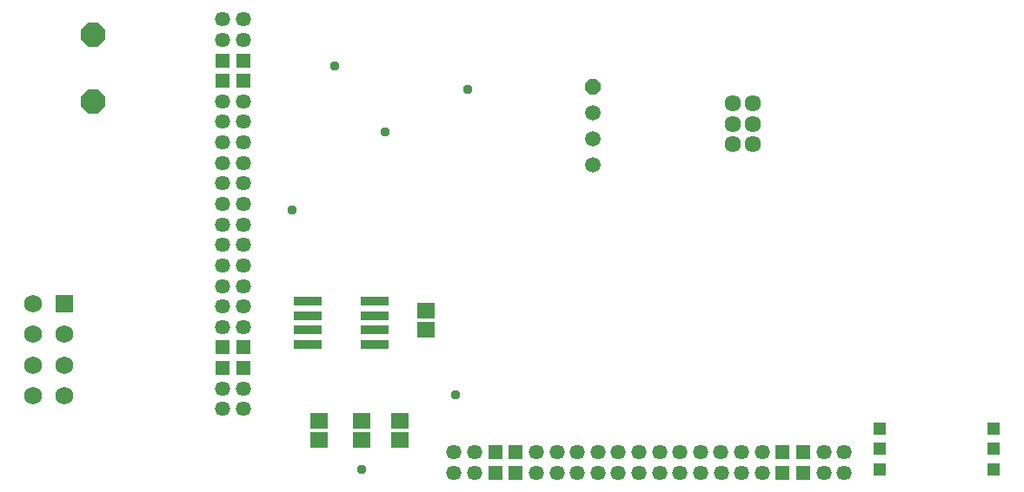
<source format=gbr>
G04 EAGLE Gerber RS-274X export*
G75*
%MOMM*%
%FSLAX34Y34*%
%LPD*%
%INSoldermask Bottom*%
%IPPOS*%
%AMOC8*
5,1,8,0,0,1.08239X$1,22.5*%
G01*
%ADD10R,1.461200X1.461200*%
%ADD11C,1.461200*%
%ADD12P,2.556822X8X112.500000*%
%ADD13C,1.733200*%
%ADD14R,1.733200X1.733200*%
%ADD15R,1.703200X1.503200*%
%ADD16R,2.743200X0.838200*%
%ADD17R,1.311200X1.311200*%
%ADD18C,1.611200*%
%ADD19P,1.635708X8X292.500000*%
%ADD20C,1.511200*%
%ADD21C,0.959600*%


D10*
X770700Y51500D03*
X750700Y51500D03*
X770700Y31500D03*
X750700Y31500D03*
X490700Y51500D03*
X470600Y51400D03*
X490700Y31500D03*
X470700Y31600D03*
X225400Y153700D03*
X225400Y133700D03*
X205500Y133700D03*
X205500Y153700D03*
X205400Y413700D03*
X225300Y413800D03*
X205400Y433600D03*
X225600Y433700D03*
D11*
X810700Y51400D03*
X790600Y51500D03*
X810600Y31500D03*
X790700Y31600D03*
X730600Y51400D03*
X730700Y31400D03*
X710600Y51400D03*
X710700Y31400D03*
X690700Y31400D03*
X690600Y51400D03*
X670600Y51400D03*
X670500Y31400D03*
X650600Y51500D03*
X650700Y31400D03*
X630700Y51400D03*
X630600Y31500D03*
X610600Y51400D03*
X610700Y31400D03*
X590600Y51500D03*
X590600Y31500D03*
X570600Y51500D03*
X570600Y31400D03*
X550700Y51500D03*
X550700Y31400D03*
X530700Y51500D03*
X530700Y31400D03*
X510600Y51500D03*
X510600Y31400D03*
X450700Y51500D03*
X450700Y31400D03*
X430600Y51500D03*
X430600Y31400D03*
X225400Y113800D03*
X225400Y93700D03*
X205300Y113800D03*
X205300Y93700D03*
X225400Y193800D03*
X225400Y173700D03*
X205300Y193800D03*
X205300Y173700D03*
X225300Y233800D03*
X225300Y213700D03*
X205200Y233800D03*
X205200Y213700D03*
X225300Y273800D03*
X225300Y253700D03*
X205200Y273800D03*
X205200Y253700D03*
X225400Y313800D03*
X225400Y293700D03*
X205300Y313800D03*
X205300Y293700D03*
X225400Y353800D03*
X225400Y333700D03*
X205300Y353800D03*
X205300Y333700D03*
X225400Y393900D03*
X225400Y373800D03*
X205300Y393900D03*
X205300Y373800D03*
X225400Y473800D03*
X225400Y453700D03*
X205300Y473800D03*
X205300Y453700D03*
D12*
X79000Y393488D03*
X79000Y458512D03*
D13*
X50800Y166500D03*
X20800Y166500D03*
X50800Y136500D03*
X20800Y136500D03*
D14*
X50800Y196500D03*
D13*
X50800Y106500D03*
X20800Y196500D03*
X20800Y106500D03*
D15*
X378100Y63050D03*
X378100Y82050D03*
X403300Y189700D03*
X403300Y170700D03*
D16*
X353600Y198800D03*
X353600Y184800D03*
X353600Y170800D03*
X353600Y156800D03*
X288200Y156800D03*
X288200Y170800D03*
X288200Y184800D03*
X288200Y198800D03*
D15*
X340600Y82050D03*
X340600Y63050D03*
X299400Y82050D03*
X299400Y63050D03*
D17*
X844900Y34800D03*
X844900Y54800D03*
X844900Y74800D03*
X955700Y74800D03*
X955700Y54800D03*
X955700Y34800D03*
D18*
X702000Y392000D03*
X722000Y392000D03*
X702000Y372000D03*
X722000Y372000D03*
X702000Y352000D03*
X722000Y352000D03*
D19*
X566000Y408100D03*
D20*
X566000Y382700D03*
X566000Y357300D03*
X566000Y331900D03*
D21*
X272500Y288000D03*
X314500Y428000D03*
X443500Y405500D03*
X363500Y364000D03*
X432200Y107400D03*
X341000Y34500D03*
M02*

</source>
